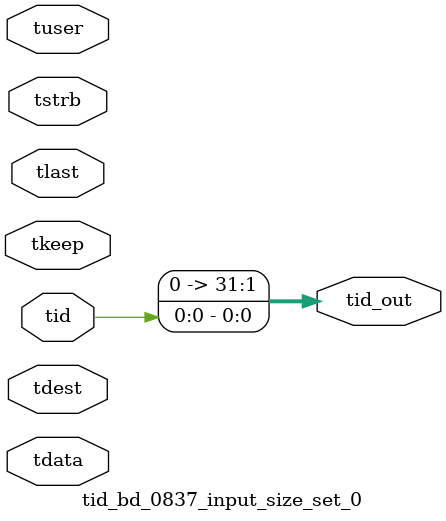
<source format=v>


`timescale 1ps/1ps

module tid_bd_0837_input_size_set_0 #
(
parameter C_S_AXIS_TID_WIDTH   = 1,
parameter C_S_AXIS_TUSER_WIDTH = 0,
parameter C_S_AXIS_TDATA_WIDTH = 0,
parameter C_S_AXIS_TDEST_WIDTH = 0,
parameter C_M_AXIS_TID_WIDTH   = 32
)
(
input  [(C_S_AXIS_TID_WIDTH   == 0 ? 1 : C_S_AXIS_TID_WIDTH)-1:0       ] tid,
input  [(C_S_AXIS_TDATA_WIDTH == 0 ? 1 : C_S_AXIS_TDATA_WIDTH)-1:0     ] tdata,
input  [(C_S_AXIS_TUSER_WIDTH == 0 ? 1 : C_S_AXIS_TUSER_WIDTH)-1:0     ] tuser,
input  [(C_S_AXIS_TDEST_WIDTH == 0 ? 1 : C_S_AXIS_TDEST_WIDTH)-1:0     ] tdest,
input  [(C_S_AXIS_TDATA_WIDTH/8)-1:0 ] tkeep,
input  [(C_S_AXIS_TDATA_WIDTH/8)-1:0 ] tstrb,
input                                                                    tlast,
output [(C_M_AXIS_TID_WIDTH   == 0 ? 1 : C_M_AXIS_TID_WIDTH)-1:0       ] tid_out
);

assign tid_out = {tid[0:0]};

endmodule


</source>
